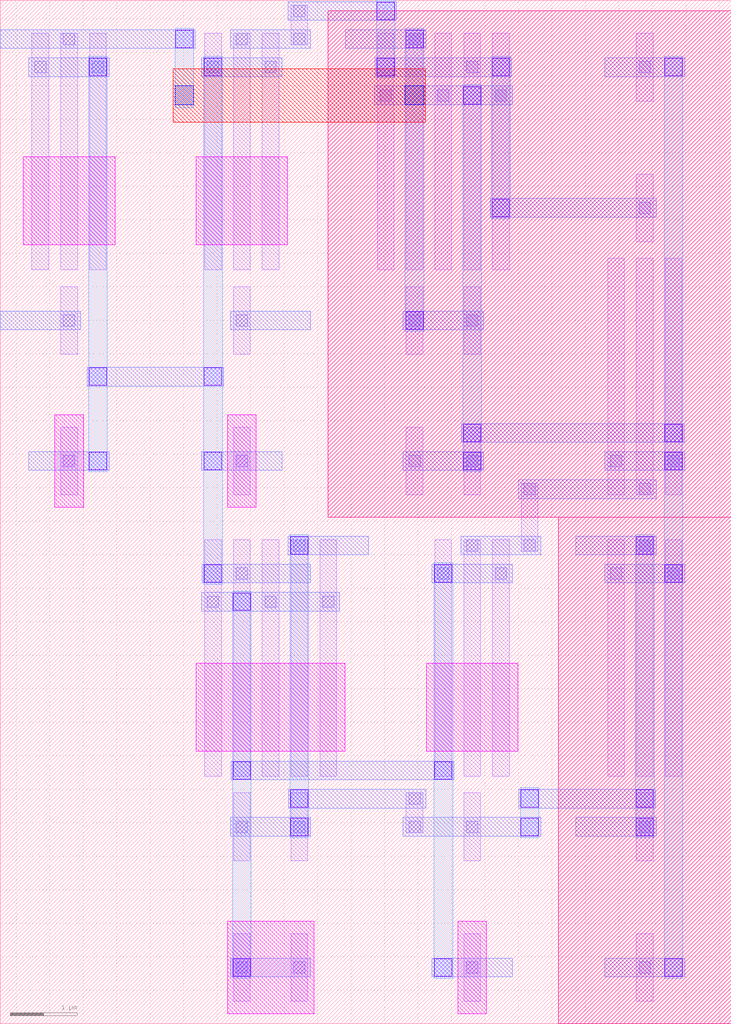
<source format=lef>
VERSION 5.7 ;
  NOWIREEXTENSIONATPIN ON ;
  DIVIDERCHAR "/" ;
  BUSBITCHARS "[]" ;
MACRO one_Bit_ADC
  CLASS BLOCK ;
  FOREIGN one_Bit_ADC ;
  ORIGIN -0.260 0.000 ;
  SIZE 10.920 BY 15.280 ;
  OBS
      LAYER pwell ;
        RECT 0.605 11.630 1.975 12.940 ;
        RECT 3.185 11.630 4.555 12.940 ;
        RECT 1.075 7.710 1.505 9.090 ;
        RECT 3.655 7.710 4.085 9.090 ;
      LAYER nwell ;
        RECT 5.160 7.560 11.180 15.120 ;
      LAYER pwell ;
        RECT 3.185 4.070 5.415 5.380 ;
        RECT 6.625 4.070 7.995 5.380 ;
        RECT 3.655 0.150 4.945 1.530 ;
        RECT 7.095 0.150 7.525 1.530 ;
      LAYER nwell ;
        RECT 8.600 0.000 11.180 7.560 ;
      LAYER li1 ;
        RECT 0.735 11.255 0.985 14.785 ;
        RECT 1.165 11.255 1.415 14.785 ;
        RECT 1.595 11.255 1.845 14.785 ;
        RECT 3.315 11.255 3.565 14.785 ;
        RECT 3.745 11.255 3.995 14.785 ;
        RECT 4.175 11.255 4.425 14.785 ;
        RECT 4.605 14.615 4.855 15.205 ;
        RECT 5.895 11.255 6.145 14.785 ;
        RECT 6.325 11.255 6.575 14.785 ;
        RECT 6.755 11.255 7.005 14.785 ;
        RECT 7.185 11.255 7.435 14.785 ;
        RECT 7.615 11.255 7.865 14.785 ;
        RECT 9.765 13.775 10.015 14.785 ;
        RECT 9.765 11.675 10.015 12.685 ;
        RECT 1.165 9.995 1.415 11.005 ;
        RECT 3.745 9.995 3.995 11.005 ;
        RECT 6.325 9.995 6.575 11.005 ;
        RECT 7.185 9.995 7.435 11.005 ;
        RECT 1.165 7.895 1.415 8.905 ;
        RECT 3.745 7.895 3.995 8.905 ;
        RECT 6.325 7.895 6.575 8.905 ;
        RECT 7.185 7.895 7.435 8.905 ;
        RECT 3.315 3.695 3.565 7.225 ;
        RECT 3.745 3.695 3.995 7.225 ;
        RECT 4.175 3.695 4.425 7.225 ;
        RECT 4.605 3.695 4.855 7.225 ;
        RECT 5.035 3.695 5.285 7.225 ;
        RECT 6.755 3.695 7.005 7.225 ;
        RECT 7.185 3.695 7.435 7.225 ;
        RECT 7.615 3.695 7.865 7.225 ;
        RECT 8.045 7.055 8.295 8.065 ;
        RECT 9.335 7.895 9.585 11.425 ;
        RECT 9.765 7.895 10.015 11.425 ;
        RECT 10.195 7.895 10.445 11.425 ;
        RECT 9.335 3.695 9.585 7.225 ;
        RECT 9.765 3.695 10.015 7.225 ;
        RECT 10.195 3.695 10.445 7.225 ;
        RECT 3.745 2.435 3.995 3.445 ;
        RECT 4.605 2.435 4.855 3.445 ;
        RECT 6.325 2.855 6.575 3.445 ;
        RECT 7.185 2.435 7.435 3.445 ;
        RECT 9.765 2.435 10.015 3.445 ;
        RECT 3.745 0.335 3.995 1.345 ;
        RECT 4.605 0.335 4.855 1.345 ;
        RECT 7.185 0.335 7.435 1.345 ;
        RECT 9.765 0.335 10.015 1.345 ;
      LAYER mcon ;
        RECT 4.645 15.035 4.815 15.205 ;
        RECT 0.775 14.195 0.945 14.365 ;
        RECT 1.205 14.615 1.375 14.785 ;
        RECT 1.635 14.195 1.805 14.365 ;
        RECT 3.355 14.195 3.525 14.365 ;
        RECT 3.785 14.615 3.955 14.785 ;
        RECT 4.645 14.615 4.815 14.785 ;
        RECT 4.215 14.195 4.385 14.365 ;
        RECT 5.935 13.775 6.105 13.945 ;
        RECT 6.365 14.615 6.535 14.785 ;
        RECT 6.795 13.775 6.965 13.945 ;
        RECT 7.225 14.195 7.395 14.365 ;
        RECT 7.655 13.775 7.825 13.945 ;
        RECT 9.805 14.195 9.975 14.365 ;
        RECT 9.805 12.095 9.975 12.265 ;
        RECT 1.205 10.415 1.375 10.585 ;
        RECT 3.785 10.415 3.955 10.585 ;
        RECT 6.365 10.415 6.535 10.585 ;
        RECT 7.225 10.415 7.395 10.585 ;
        RECT 1.205 8.315 1.375 8.485 ;
        RECT 3.785 8.315 3.955 8.485 ;
        RECT 6.365 8.315 6.535 8.485 ;
        RECT 7.225 8.315 7.395 8.485 ;
        RECT 9.375 8.315 9.545 8.485 ;
        RECT 8.085 7.895 8.255 8.065 ;
        RECT 9.805 7.895 9.975 8.065 ;
        RECT 10.235 8.315 10.405 8.485 ;
        RECT 3.355 6.215 3.525 6.385 ;
        RECT 3.785 6.635 3.955 6.805 ;
        RECT 4.215 6.215 4.385 6.385 ;
        RECT 4.645 7.055 4.815 7.225 ;
        RECT 5.075 6.215 5.245 6.385 ;
        RECT 6.795 6.635 6.965 6.805 ;
        RECT 7.225 7.055 7.395 7.225 ;
        RECT 8.085 7.055 8.255 7.225 ;
        RECT 7.655 6.635 7.825 6.805 ;
        RECT 9.375 6.635 9.545 6.805 ;
        RECT 9.805 7.055 9.975 7.225 ;
        RECT 10.235 6.635 10.405 6.805 ;
        RECT 3.785 2.855 3.955 3.025 ;
        RECT 4.645 2.855 4.815 3.025 ;
        RECT 6.365 3.275 6.535 3.445 ;
        RECT 6.365 2.855 6.535 3.025 ;
        RECT 7.225 2.855 7.395 3.025 ;
        RECT 9.805 2.855 9.975 3.025 ;
        RECT 3.785 0.755 3.955 0.925 ;
        RECT 4.645 0.755 4.815 0.925 ;
        RECT 7.225 0.755 7.395 0.925 ;
        RECT 9.805 0.755 9.975 0.925 ;
      LAYER met1 ;
        RECT 4.560 14.980 6.180 15.260 ;
        RECT 0.260 14.560 3.170 14.840 ;
        RECT 3.700 14.560 4.900 14.840 ;
        RECT 5.420 14.560 6.620 14.840 ;
        RECT 0.690 14.140 1.890 14.420 ;
        RECT 3.270 14.140 4.470 14.420 ;
        RECT 5.860 14.140 7.900 14.420 ;
        RECT 9.290 14.140 10.490 14.420 ;
        RECT 5.850 13.720 7.910 14.000 ;
        RECT 7.580 12.040 10.060 12.320 ;
        RECT 0.260 10.360 1.460 10.640 ;
        RECT 3.700 10.360 4.900 10.640 ;
        RECT 6.280 10.360 7.480 10.640 ;
        RECT 1.560 9.520 3.600 9.800 ;
        RECT 7.150 8.680 10.480 8.960 ;
        RECT 0.690 8.260 1.890 8.540 ;
        RECT 3.270 8.260 4.470 8.540 ;
        RECT 6.280 8.260 7.480 8.540 ;
        RECT 9.290 8.260 10.490 8.540 ;
        RECT 8.000 7.840 10.060 8.120 ;
        RECT 4.560 7.000 5.760 7.280 ;
        RECT 7.140 7.000 8.340 7.280 ;
        RECT 8.860 7.000 10.060 7.280 ;
        RECT 3.280 6.580 4.900 6.860 ;
        RECT 6.710 6.580 7.910 6.860 ;
        RECT 9.290 6.580 10.490 6.860 ;
        RECT 3.270 6.160 5.330 6.440 ;
        RECT 3.710 3.640 7.040 3.920 ;
        RECT 4.570 3.220 6.620 3.500 ;
        RECT 8.010 3.220 10.050 3.500 ;
        RECT 3.700 2.800 4.900 3.080 ;
        RECT 6.280 2.800 8.340 3.080 ;
        RECT 8.860 2.800 10.060 3.080 ;
        RECT 3.700 0.700 4.900 0.980 ;
        RECT 6.710 0.700 7.910 0.980 ;
        RECT 9.290 0.700 10.490 0.980 ;
      LAYER via ;
        RECT 5.890 14.990 6.150 15.250 ;
        RECT 2.880 14.570 3.140 14.830 ;
        RECT 6.320 14.570 6.580 14.830 ;
        RECT 1.590 14.150 1.850 14.410 ;
        RECT 3.310 14.150 3.570 14.410 ;
        RECT 5.890 14.150 6.150 14.410 ;
        RECT 7.610 14.150 7.870 14.410 ;
        RECT 10.190 14.150 10.450 14.410 ;
        RECT 7.180 13.730 7.440 13.990 ;
        RECT 7.610 12.050 7.870 12.310 ;
        RECT 6.320 10.370 6.580 10.630 ;
        RECT 1.590 9.530 1.850 9.790 ;
        RECT 3.310 9.530 3.570 9.790 ;
        RECT 7.180 8.690 7.440 8.950 ;
        RECT 10.190 8.690 10.450 8.950 ;
        RECT 1.590 8.270 1.850 8.530 ;
        RECT 3.310 8.270 3.570 8.530 ;
        RECT 7.180 8.270 7.440 8.530 ;
        RECT 10.190 8.270 10.450 8.530 ;
        RECT 4.600 7.010 4.860 7.270 ;
        RECT 9.760 7.010 10.020 7.270 ;
        RECT 3.310 6.590 3.570 6.850 ;
        RECT 6.750 6.590 7.010 6.850 ;
        RECT 10.190 6.590 10.450 6.850 ;
        RECT 3.740 6.170 4.000 6.430 ;
        RECT 3.740 3.650 4.000 3.910 ;
        RECT 6.750 3.650 7.010 3.910 ;
        RECT 4.600 3.230 4.860 3.490 ;
        RECT 8.040 3.230 8.300 3.490 ;
        RECT 9.760 3.230 10.020 3.490 ;
        RECT 4.600 2.810 4.860 3.070 ;
        RECT 8.040 2.810 8.300 3.070 ;
        RECT 9.760 2.810 10.020 3.070 ;
        RECT 3.740 0.710 4.000 0.970 ;
        RECT 6.750 0.710 7.010 0.970 ;
        RECT 10.190 0.710 10.450 0.970 ;
      LAYER met2 ;
        RECT 1.580 8.240 1.860 14.440 ;
        RECT 2.870 13.675 3.150 14.860 ;
        RECT 3.300 6.560 3.580 14.440 ;
        RECT 5.880 14.120 6.160 15.280 ;
        RECT 6.310 10.340 6.590 14.860 ;
        RECT 7.170 8.240 7.450 14.020 ;
        RECT 7.600 12.020 7.880 14.440 ;
        RECT 3.730 0.680 4.010 6.460 ;
        RECT 4.590 2.780 4.870 7.300 ;
        RECT 6.740 0.680 7.020 6.880 ;
        RECT 8.030 2.780 8.310 3.520 ;
        RECT 9.750 2.780 10.030 7.300 ;
        RECT 10.180 0.680 10.460 14.440 ;
      LAYER via2 ;
        RECT 2.870 13.720 3.150 14.000 ;
        RECT 6.310 13.720 6.590 14.000 ;
      LAYER met3 ;
        RECT 2.845 13.460 6.615 14.260 ;
  END
END one_Bit_ADC
END LIBRARY


</source>
